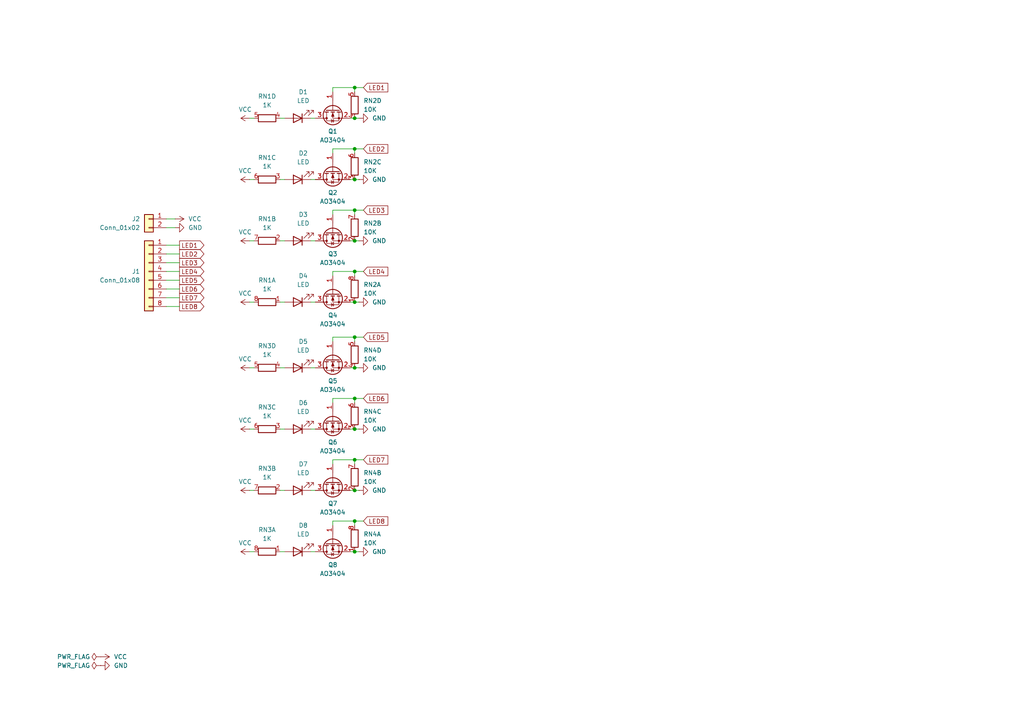
<source format=kicad_sch>
(kicad_sch (version 20231120) (generator "eeschema") (generator_version "8.0")
  (paper "A4")
  (lib_symbols
    (symbol "Connector_Generic:Conn_01x02" (pin_names (offset 1.016) hide)
      (property "Reference" "J" (at 0 2.54 0))
      (property "Value" "Conn_01x02" (at 0 -5.08 0))
      (symbol "Conn_01x02_1_1"
        (rectangle (start -1.27 -2.413) (end 0 -2.667) (stroke (width 0.1524)))
        (rectangle (start -1.27 0.127) (end 0 -0.127) (stroke (width 0.1524)))
        (rectangle (start -1.27 1.27) (end 1.27 -3.81) (stroke (width 0.254)) (fill (type background)))
        (pin passive line (at -5.08 0 0) (length 3.81) (name "Pin_1") (number "1"))
        (pin passive line (at -5.08 -2.54 0) (length 3.81) (name "Pin_2") (number "2"))
      )
    )
    (symbol "Connector_Generic:Conn_01x08" (pin_names (offset 1.016) hide)
      (property "Reference" "J" (at 0 10.16 0))
      (property "Value" "Conn_01x08" (at 0 -12.7 0))
      (symbol "Conn_01x08_1_1"
        (rectangle (start -1.27 -10.033) (end 0 -10.287) (stroke (width 0.1524)))
        (rectangle (start -1.27 -7.493) (end 0 -7.747) (stroke (width 0.1524)))
        (rectangle (start -1.27 -4.953) (end 0 -5.207) (stroke (width 0.1524)))
        (rectangle (start -1.27 -2.413) (end 0 -2.667) (stroke (width 0.1524)))
        (rectangle (start -1.27 0.127) (end 0 -0.127) (stroke (width 0.1524)))
        (rectangle (start -1.27 2.667) (end 0 2.413) (stroke (width 0.1524)))
        (rectangle (start -1.27 5.207) (end 0 4.953) (stroke (width 0.1524)))
        (rectangle (start -1.27 7.747) (end 0 7.493) (stroke (width 0.1524)))
        (rectangle (start -1.27 8.89) (end 1.27 -11.43) (stroke (width 0.254)) (fill (type background)))
        (pin passive line (at -5.08 7.62 0) (length 3.81) (name "Pin_1") (number "1"))
        (pin passive line (at -5.08 5.08 0) (length 3.81) (name "Pin_2") (number "2"))
        (pin passive line (at -5.08 2.54 0) (length 3.81) (name "Pin_3") (number "3"))
        (pin passive line (at -5.08 0 0) (length 3.81) (name "Pin_4") (number "4"))
        (pin passive line (at -5.08 -2.54 0) (length 3.81) (name "Pin_5") (number "5"))
        (pin passive line (at -5.08 -5.08 0) (length 3.81) (name "Pin_6") (number "6"))
        (pin passive line (at -5.08 -7.62 0) (length 3.81) (name "Pin_7") (number "7"))
        (pin passive line (at -5.08 -10.16 0) (length 3.81) (name "Pin_8") (number "8"))
      )
    )
    (symbol "Device:LED" (pin_numbers hide) (pin_names (offset 1.016) hide)
      (property "Reference" "D" (at 0 2.54 0))
      (property "Value" "LED" (at 0 -2.54 0))
      (symbol "LED_0_1"
        (polyline (pts (xy -1.27 -1.27) (xy -1.27 1.27)) (stroke (width 0.254)))
        (polyline (pts (xy -1.27 0) (xy 1.27 0)))
        (polyline (pts (xy 1.27 -1.27) (xy 1.27 1.27) (xy -1.27 0) (xy 1.27 -1.27)) (stroke (width 0.254)))
        (polyline (pts (xy -3.048 -0.762) (xy -4.572 -2.286) (xy -3.81 -2.286) (xy -4.572 -2.286) (xy -4.572 -1.524)))
        (polyline (pts (xy -1.778 -0.762) (xy -3.302 -2.286) (xy -2.54 -2.286) (xy -3.302 -2.286) (xy -3.302 -1.524)))
      )
      (symbol "LED_1_1"
        (pin passive line (at -3.81 0 0) (length 2.54) (name "K") (number "1"))
        (pin passive line (at 3.81 0 180) (length 2.54) (name "A") (number "2"))
      )
    )
    (symbol "Device:R_Pack04_Split" (pin_names (offset 0) hide)
      (property "Reference" "RN" (at 2.032 0 90))
      (property "Value" "R_Pack04_Split" (at 0 0 90))
      (symbol "R_Pack04_Split_0_1"
        (rectangle (start 1.016 2.54) (end -1.016 -2.54) (stroke (width 0.254)))
      )
      (symbol "R_Pack04_Split_1_1"
        (pin passive line (at 0 -3.81 90) (length 1.27) (name "R1.1") (number "1"))
        (pin passive line (at 0 3.81 270) (length 1.27) (name "R1.2") (number "8"))
      )
      (symbol "R_Pack04_Split_2_1"
        (pin passive line (at 0 -3.81 90) (length 1.27) (name "R2.1") (number "2"))
        (pin passive line (at 0 3.81 270) (length 1.27) (name "R2.2") (number "7"))
      )
      (symbol "R_Pack04_Split_3_1"
        (pin passive line (at 0 -3.81 90) (length 1.27) (name "R3.1") (number "3"))
        (pin passive line (at 0 3.81 270) (length 1.27) (name "R3.2") (number "6"))
      )
      (symbol "R_Pack04_Split_4_1"
        (pin passive line (at 0 -3.81 90) (length 1.27) (name "R4.1") (number "4"))
        (pin passive line (at 0 3.81 270) (length 1.27) (name "R4.2") (number "5"))
      )
    )
    (symbol "Transistor_FET:AO3400A" (pin_names hide)
      (property "Reference" "Q" (at 5.08 1.905 0))
      (property "Value" "AO3400A" (at 5.08 0 0))
      (symbol "AO3400A_0_1"
        (polyline (pts (xy 0.254 0) (xy -2.54 0)))
        (polyline (pts (xy 0.254 1.905) (xy 0.254 -1.905)) (stroke (width 0.254)))
        (polyline (pts (xy 0.762 -1.27) (xy 0.762 -2.286)) (stroke (width 0.254)))
        (polyline (pts (xy 0.762 0.508) (xy 0.762 -0.508)) (stroke (width 0.254)))
        (polyline (pts (xy 0.762 2.286) (xy 0.762 1.27)) (stroke (width 0.254)))
        (polyline (pts (xy 2.54 2.54) (xy 2.54 1.778)))
        (polyline (pts (xy 2.54 -2.54) (xy 2.54 0) (xy 0.762 0)))
        (polyline (pts (xy 0.762 -1.778) (xy 3.302 -1.778) (xy 3.302 1.778) (xy 0.762 1.778)))
        (polyline (pts (xy 1.016 0) (xy 2.032 0.381) (xy 2.032 -0.381) (xy 1.016 0)) (fill (type outline)))
        (polyline (pts (xy 2.794 0.508) (xy 2.921 0.381) (xy 3.683 0.381) (xy 3.81 0.254)))
        (polyline (pts (xy 3.302 0.381) (xy 2.921 -0.254) (xy 3.683 -0.254) (xy 3.302 0.381)))
        (circle (center 1.651 0) (radius 2.794) (stroke (width 0.254)))
        (circle (center 2.54 -1.778) (radius 0.254) (fill (type outline)))
        (circle (center 2.54 1.778) (radius 0.254) (fill (type outline)))
      )
      (symbol "AO3400A_1_1"
        (pin input line (at -5.08 0 0) (length 2.54) (name "G") (number "1"))
        (pin passive line (at 2.54 -5.08 90) (length 2.54) (name "S") (number "2"))
        (pin passive line (at 2.54 5.08 270) (length 2.54) (name "D") (number "3"))
      )
    )
    (symbol "power:GND" (power) (pin_numbers hide) (pin_names (offset 0) hide)
      (property "Value" "GND" (at 0 -3.81 0))
      (symbol "GND_0_1"
        (polyline (pts (xy 0 0) (xy 0 -1.27) (xy 1.27 -1.27) (xy 0 -2.54) (xy -1.27 -1.27) (xy 0 -1.27)))
      )
      (symbol "GND_1_1"
        (pin power_in line (at 0 0 270) (length 0) (name "~") (number "1"))
      )
    )
    (symbol "power:PWR_FLAG" (power) (pin_numbers hide) (pin_names (offset 0) hide)
      (property "Value" "PWR_FLAG" (at 0 3.81 0))
      (symbol "PWR_FLAG_0_0"
        (pin power_out line (at 0 0 90) (length 0) (name "~") (number "1"))
      )
      (symbol "PWR_FLAG_0_1"
        (polyline (pts (xy 0 0) (xy 0 1.27) (xy -1.016 1.905) (xy 0 2.54) (xy 1.016 1.905) (xy 0 1.27)))
      )
    )
    (symbol "power:VCC" (power) (pin_numbers hide) (pin_names (offset 0) hide)
      (property "Value" "VCC" (at 0 3.556 0))
      (symbol "VCC_0_1"
        (polyline (pts (xy -0.762 1.27) (xy 0 2.54)))
        (polyline (pts (xy 0 0) (xy 0 2.54)))
        (polyline (pts (xy 0 2.54) (xy 0.762 1.27)))
      )
      (symbol "VCC_1_1"
        (pin power_in line (at 0 0 90) (length 0) (name "~") (number "1"))
      )
    )
  )
  (junction (at 102.87 124.46))
  (junction (at 102.87 78.74))
  (junction (at 102.87 87.63))
  (junction (at 102.87 133.35))
  (junction (at 102.87 34.29))
  (junction (at 102.87 160.02))
  (junction (at 102.87 25.4))
  (junction (at 102.87 106.68))
  (junction (at 102.87 115.57))
  (junction (at 102.87 97.79))
  (junction (at 102.87 151.13))
  (junction (at 102.87 43.18))
  (junction (at 102.87 52.07))
  (junction (at 102.87 142.24))
  (junction (at 102.87 60.96))
  (junction (at 102.87 69.85))
  (wire (pts (xy 96.52 43.18) (xy 96.52 44.45)))
  (wire (pts (xy 90.17 87.63) (xy 91.44 87.63)))
  (wire (pts (xy 90.17 160.02) (xy 91.44 160.02)))
  (wire (pts (xy 48.26 78.74) (xy 52.07 78.74)))
  (wire (pts (xy 48.26 83.82) (xy 52.07 83.82)))
  (wire (pts (xy 102.87 133.35) (xy 96.52 133.35)))
  (wire (pts (xy 48.26 63.5) (xy 50.8 63.5)))
  (wire (pts (xy 102.87 26.67) (xy 102.87 25.4)))
  (wire (pts (xy 72.39 142.24) (xy 73.66 142.24)))
  (wire (pts (xy 48.26 88.9) (xy 52.07 88.9)))
  (wire (pts (xy 101.6 106.68) (xy 102.87 106.68)))
  (wire (pts (xy 72.39 106.68) (xy 73.66 106.68)))
  (wire (pts (xy 102.87 78.74) (xy 105.41 78.74)))
  (wire (pts (xy 102.87 78.74) (xy 96.52 78.74)))
  (wire (pts (xy 72.39 87.63) (xy 73.66 87.63)))
  (wire (pts (xy 102.87 97.79) (xy 105.41 97.79)))
  (wire (pts (xy 101.6 160.02) (xy 102.87 160.02)))
  (wire (pts (xy 102.87 87.63) (xy 104.14 87.63)))
  (wire (pts (xy 101.6 34.29) (xy 102.87 34.29)))
  (wire (pts (xy 102.87 25.4) (xy 105.41 25.4)))
  (wire (pts (xy 102.87 142.24) (xy 104.14 142.24)))
  (wire (pts (xy 102.87 60.96) (xy 105.41 60.96)))
  (wire (pts (xy 102.87 43.18) (xy 96.52 43.18)))
  (wire (pts (xy 102.87 160.02) (xy 104.14 160.02)))
  (wire (pts (xy 90.17 124.46) (xy 91.44 124.46)))
  (wire (pts (xy 102.87 152.4) (xy 102.87 151.13)))
  (wire (pts (xy 102.87 99.06) (xy 102.87 97.79)))
  (wire (pts (xy 96.52 97.79) (xy 96.52 99.06)))
  (wire (pts (xy 96.52 78.74) (xy 96.52 80.01)))
  (wire (pts (xy 96.52 60.96) (xy 96.52 62.23)))
  (wire (pts (xy 102.87 115.57) (xy 105.41 115.57)))
  (wire (pts (xy 101.6 124.46) (xy 102.87 124.46)))
  (wire (pts (xy 81.28 52.07) (xy 82.55 52.07)))
  (wire (pts (xy 72.39 34.29) (xy 73.66 34.29)))
  (wire (pts (xy 48.26 66.04) (xy 50.8 66.04)))
  (wire (pts (xy 102.87 69.85) (xy 104.14 69.85)))
  (wire (pts (xy 102.87 62.23) (xy 102.87 60.96)))
  (wire (pts (xy 102.87 106.68) (xy 104.14 106.68)))
  (wire (pts (xy 72.39 52.07) (xy 73.66 52.07)))
  (wire (pts (xy 101.6 142.24) (xy 102.87 142.24)))
  (wire (pts (xy 81.28 160.02) (xy 82.55 160.02)))
  (wire (pts (xy 102.87 43.18) (xy 105.41 43.18)))
  (wire (pts (xy 102.87 134.62) (xy 102.87 133.35)))
  (wire (pts (xy 81.28 106.68) (xy 82.55 106.68)))
  (wire (pts (xy 90.17 69.85) (xy 91.44 69.85)))
  (wire (pts (xy 102.87 115.57) (xy 96.52 115.57)))
  (wire (pts (xy 90.17 52.07) (xy 91.44 52.07)))
  (wire (pts (xy 102.87 44.45) (xy 102.87 43.18)))
  (wire (pts (xy 101.6 87.63) (xy 102.87 87.63)))
  (wire (pts (xy 102.87 80.01) (xy 102.87 78.74)))
  (wire (pts (xy 72.39 69.85) (xy 73.66 69.85)))
  (wire (pts (xy 96.52 151.13) (xy 96.52 152.4)))
  (wire (pts (xy 102.87 60.96) (xy 96.52 60.96)))
  (wire (pts (xy 72.39 124.46) (xy 73.66 124.46)))
  (wire (pts (xy 90.17 142.24) (xy 91.44 142.24)))
  (wire (pts (xy 81.28 87.63) (xy 82.55 87.63)))
  (wire (pts (xy 96.52 115.57) (xy 96.52 116.84)))
  (wire (pts (xy 81.28 142.24) (xy 82.55 142.24)))
  (wire (pts (xy 102.87 97.79) (xy 96.52 97.79)))
  (wire (pts (xy 81.28 124.46) (xy 82.55 124.46)))
  (wire (pts (xy 101.6 69.85) (xy 102.87 69.85)))
  (wire (pts (xy 48.26 71.12) (xy 52.07 71.12)))
  (wire (pts (xy 96.52 133.35) (xy 96.52 134.62)))
  (wire (pts (xy 48.26 73.66) (xy 52.07 73.66)))
  (wire (pts (xy 102.87 34.29) (xy 104.14 34.29)))
  (wire (pts (xy 81.28 69.85) (xy 82.55 69.85)))
  (wire (pts (xy 102.87 151.13) (xy 105.41 151.13)))
  (wire (pts (xy 102.87 133.35) (xy 105.41 133.35)))
  (wire (pts (xy 101.6 52.07) (xy 102.87 52.07)))
  (wire (pts (xy 102.87 116.84) (xy 102.87 115.57)))
  (wire (pts (xy 102.87 151.13) (xy 96.52 151.13)))
  (wire (pts (xy 48.26 76.2) (xy 52.07 76.2)))
  (wire (pts (xy 102.87 124.46) (xy 104.14 124.46)))
  (wire (pts (xy 96.52 25.4) (xy 96.52 26.67)))
  (wire (pts (xy 102.87 25.4) (xy 96.52 25.4)))
  (wire (pts (xy 81.28 34.29) (xy 82.55 34.29)))
  (wire (pts (xy 102.87 52.07) (xy 104.14 52.07)))
  (wire (pts (xy 90.17 34.29) (xy 91.44 34.29)))
  (wire (pts (xy 48.26 86.36) (xy 52.07 86.36)))
  (wire (pts (xy 48.26 81.28) (xy 52.07 81.28)))
  (wire (pts (xy 90.17 106.68) (xy 91.44 106.68)))
  (wire (pts (xy 72.39 160.02) (xy 73.66 160.02)))
  (global_label "LED5" (shape input) (at 105.41 97.79 0) (property "Intersheetrefs" "${INTERSHEET_REFS}" (effects (hide yes))))
  (global_label "LED3" (shape output) (at 52.07 76.2 0) (property "Intersheetrefs" "${INTERSHEET_REFS}" (effects (hide yes))))
  (global_label "LED8" (shape output) (at 52.07 88.9 0) (property "Intersheetrefs" "${INTERSHEET_REFS}" (effects (hide yes))))
  (global_label "LED2" (shape output) (at 52.07 73.66 0) (property "Intersheetrefs" "${INTERSHEET_REFS}" (effects (hide yes))))
  (global_label "LED5" (shape output) (at 52.07 81.28 0) (property "Intersheetrefs" "${INTERSHEET_REFS}" (effects (hide yes))))
  (global_label "LED6" (shape input) (at 105.41 115.57 0) (property "Intersheetrefs" "${INTERSHEET_REFS}" (effects (hide yes))))
  (global_label "LED7" (shape output) (at 52.07 86.36 0) (property "Intersheetrefs" "${INTERSHEET_REFS}" (effects (hide yes))))
  (global_label "LED4" (shape input) (at 105.41 78.74 0) (property "Intersheetrefs" "${INTERSHEET_REFS}" (effects (hide yes))))
  (global_label "LED1" (shape input) (at 105.41 25.4 0) (property "Intersheetrefs" "${INTERSHEET_REFS}" (effects (hide yes))))
  (global_label "LED7" (shape input) (at 105.41 133.35 0) (property "Intersheetrefs" "${INTERSHEET_REFS}" (effects (hide yes))))
  (global_label "LED1" (shape output) (at 52.07 71.12 0) (property "Intersheetrefs" "${INTERSHEET_REFS}" (effects (hide yes))))
  (global_label "LED2" (shape input) (at 105.41 43.18 0) (property "Intersheetrefs" "${INTERSHEET_REFS}" (effects (hide yes))))
  (global_label "LED4" (shape output) (at 52.07 78.74 0) (property "Intersheetrefs" "${INTERSHEET_REFS}" (effects (hide yes))))
  (global_label "LED8" (shape input) (at 105.41 151.13 0) (property "Intersheetrefs" "${INTERSHEET_REFS}" (effects (hide yes))))
  (global_label "LED3" (shape input) (at 105.41 60.96 0) (property "Intersheetrefs" "${INTERSHEET_REFS}" (effects (hide yes))))
  (global_label "LED6" (shape output) (at 52.07 83.82 0) (property "Intersheetrefs" "${INTERSHEET_REFS}" (effects (hide yes))))
  (symbol (lib_id "Connector_Generic:Conn_01x08") (at 43.18 78.74 0) (mirror y) (unit 1)
    (property "Reference" "J1" (at 40.64 78.7399 0) (effects (justify left)))
    (property "Value" "Conn_01x08" (at 40.64 81.2799 0) (effects (justify left)))
    (property "Footprint" "custom:PinHeader_1x08_P2.54mm_Vertical_simple" (effects (hide yes)))
    (property "Description" "Generic connector, single row, 01x08, script generated (kicad-library-utils/schlib/autogen/connector/)" (effects (hide yes)))
  )
  (symbol (lib_id "Device:R_Pack04_Split") (at 102.87 120.65 0) (unit 3)
    (property "Reference" "RN4" (at 105.41 119.3799 0) (effects (justify left)))
    (property "Value" "10K" (at 105.41 121.9199 0) (effects (justify left)))
    (property "Footprint" "Resistor_SMD:R_Array_Convex_4x0603" (effects (hide yes)))
    (property "Description" "4 resistor network, parallel topology, split" (effects (hide yes)))
  )
  (symbol (lib_id "Device:LED") (at 86.36 160.02 180) (unit 1)
    (property "Reference" "D8" (at 87.9475 152.4 0))
    (property "Value" "LED" (at 87.9475 154.94 0))
    (property "Footprint" "custom:LED_0805_2012Metric_simple" (effects (hide yes)))
    (property "Description" "Light emitting diode" (effects (hide yes)))
  )
  (symbol (lib_id "Transistor_FET:AO3400A") (at 96.52 49.53 90) (mirror x) (unit 1)
    (property "Reference" "Q2" (at 96.52 55.88 90))
    (property "Value" "AO3404	" (at 97.79 58.42 90))
    (property "Footprint" "Package_TO_SOT_SMD:SOT-23" (effects (hide yes)))
    (property "Datasheet" "http://www.aosmd.com/pdfs/datasheet/AO3404.pdf" (effects (hide yes)))
    (property "Description" "30V Vds, 5A Id, N-Channel MOSFET, SOT-23" (effects (hide yes)))
  )
  (symbol (lib_id "power:GND") (at 104.14 106.68 90) (unit 1)
    (property "Reference" "#PWR017" (effects (hide yes)))
    (property "Value" "GND" (at 107.95 106.68 90) (effects (justify right)))
    (property "Description" "Power symbol creates a global label with name \"GND\" , ground" (effects (hide yes)))
  )
  (symbol (lib_id "power:PWR_FLAG") (at 29.21 193.04 90) (unit 1)
    (property "Reference" "#FLG01" (effects (hide yes)))
    (property "Value" "PWR_FLAG" (at 21.336 193.04 90))
    (property "Description" "Special symbol for telling ERC where power comes from" (effects (hide yes)))
  )
  (symbol (lib_id "Device:R_Pack04_Split") (at 102.87 66.04 0) (unit 2)
    (property "Reference" "RN2" (at 105.41 64.7699 0) (effects (justify left)))
    (property "Value" "10K" (at 105.41 67.3099 0) (effects (justify left)))
    (property "Footprint" "Resistor_SMD:R_Array_Convex_4x0603" (effects (hide yes)))
    (property "Description" "4 resistor network, parallel topology, split" (effects (hide yes)))
  )
  (symbol (lib_id "Device:R_Pack04_Split") (at 77.47 106.68 90) (unit 4)
    (property "Reference" "RN3" (at 77.47 100.33 90))
    (property "Value" "1K" (at 77.47 102.87 90))
    (property "Footprint" "Resistor_SMD:R_Array_Convex_4x0603" (effects (hide yes)))
    (property "Description" "4 resistor network, parallel topology, split" (effects (hide yes)))
  )
  (symbol (lib_id "power:GND") (at 104.14 52.07 90) (unit 1)
    (property "Reference" "#PWR08" (effects (hide yes)))
    (property "Value" "GND" (at 107.95 52.07 90) (effects (justify right)))
    (property "Description" "Power symbol creates a global label with name \"GND\" , ground" (effects (hide yes)))
  )
  (symbol (lib_id "Device:LED") (at 86.36 52.07 180) (unit 1)
    (property "Reference" "D2" (at 87.9475 44.45 0))
    (property "Value" "LED" (at 87.9475 46.99 0))
    (property "Footprint" "custom:LED_0805_2012Metric_simple" (effects (hide yes)))
    (property "Description" "Light emitting diode" (effects (hide yes)))
  )
  (symbol (lib_id "Connector_Generic:Conn_01x02") (at 43.18 63.5 0) (mirror y) (unit 1)
    (property "Reference" "J2" (at 40.64 63.4999 0) (effects (justify left)))
    (property "Value" "Conn_01x02" (at 40.64 66.0399 0) (effects (justify left)))
    (property "Footprint" "custom:PinHeader_1x02_P2.54mm_Vertical_simple_pad2gnd" (effects (hide yes)))
    (property "Description" "Generic connector, single row, 01x02, script generated (kicad-library-utils/schlib/autogen/connector/)" (effects (hide yes)))
  )
  (symbol (lib_id "Transistor_FET:AO3400A") (at 96.52 31.75 90) (mirror x) (unit 1)
    (property "Reference" "Q1" (at 96.52 38.1 90))
    (property "Value" "AO3404	" (at 97.79 40.64 90))
    (property "Footprint" "Package_TO_SOT_SMD:SOT-23" (effects (hide yes)))
    (property "Datasheet" "http://www.aosmd.com/pdfs/datasheet/AO3404.pdf" (effects (hide yes)))
    (property "Description" "30V Vds, 5A Id, N-Channel MOSFET, SOT-23" (effects (hide yes)))
  )
  (symbol (lib_id "Transistor_FET:AO3400A") (at 96.52 85.09 90) (mirror x) (unit 1)
    (property "Reference" "Q4" (at 96.52 91.44 90))
    (property "Value" "AO3404	" (at 97.79 93.98 90))
    (property "Footprint" "Package_TO_SOT_SMD:SOT-23" (effects (hide yes)))
    (property "Datasheet" "http://www.aosmd.com/pdfs/datasheet/AO3404.pdf" (effects (hide yes)))
    (property "Description" "30V Vds, 5A Id, N-Channel MOSFET, SOT-23" (effects (hide yes)))
  )
  (symbol (lib_id "Transistor_FET:AO3400A") (at 96.52 157.48 90) (mirror x) (unit 1)
    (property "Reference" "Q8" (at 96.52 163.83 90))
    (property "Value" "AO3404	" (at 97.79 166.37 90))
    (property "Footprint" "Package_TO_SOT_SMD:SOT-23" (effects (hide yes)))
    (property "Datasheet" "http://www.aosmd.com/pdfs/datasheet/AO3404.pdf" (effects (hide yes)))
    (property "Description" "30V Vds, 5A Id, N-Channel MOSFET, SOT-23" (effects (hide yes)))
  )
  (symbol (lib_id "power:VCC") (at 72.39 87.63 90) (unit 1)
    (property "Reference" "#PWR010" (effects (hide yes)))
    (property "Value" "VCC" (at 71.12 85.09 90))
    (property "Description" "Power symbol creates a global label with name \"VCC\"" (effects (hide yes)))
  )
  (symbol (lib_id "Device:R_Pack04_Split") (at 102.87 48.26 0) (unit 3)
    (property "Reference" "RN2" (at 105.41 46.9899 0) (effects (justify left)))
    (property "Value" "10K" (at 105.41 49.5299 0) (effects (justify left)))
    (property "Footprint" "Resistor_SMD:R_Array_Convex_4x0603" (effects (hide yes)))
    (property "Description" "4 resistor network, parallel topology, split" (effects (hide yes)))
  )
  (symbol (lib_id "power:VCC") (at 72.39 106.68 90) (unit 1)
    (property "Reference" "#PWR013" (effects (hide yes)))
    (property "Value" "VCC" (at 71.12 104.14 90))
    (property "Description" "Power symbol creates a global label with name \"VCC\"" (effects (hide yes)))
  )
  (symbol (lib_id "power:VCC") (at 72.39 69.85 90) (unit 1)
    (property "Reference" "#PWR09" (effects (hide yes)))
    (property "Value" "VCC" (at 71.12 67.31 90))
    (property "Description" "Power symbol creates a global label with name \"VCC\"" (effects (hide yes)))
  )
  (symbol (lib_id "Device:R_Pack04_Split") (at 77.47 142.24 90) (unit 2)
    (property "Reference" "RN3" (at 77.47 135.89 90))
    (property "Value" "1K" (at 77.47 138.43 90))
    (property "Footprint" "Resistor_SMD:R_Array_Convex_4x0603" (effects (hide yes)))
    (property "Description" "4 resistor network, parallel topology, split" (effects (hide yes)))
  )
  (symbol (lib_id "Device:LED") (at 86.36 124.46 180) (unit 1)
    (property "Reference" "D6" (at 87.9475 116.84 0))
    (property "Value" "LED" (at 87.9475 119.38 0))
    (property "Footprint" "custom:LED_0805_2012Metric_simple" (effects (hide yes)))
    (property "Description" "Light emitting diode" (effects (hide yes)))
  )
  (symbol (lib_id "Device:R_Pack04_Split") (at 102.87 30.48 0) (unit 4)
    (property "Reference" "RN2" (at 105.41 29.2099 0) (effects (justify left)))
    (property "Value" "10K" (at 105.41 31.7499 0) (effects (justify left)))
    (property "Footprint" "Resistor_SMD:R_Array_Convex_4x0603" (effects (hide yes)))
    (property "Description" "4 resistor network, parallel topology, split" (effects (hide yes)))
  )
  (symbol (lib_id "Device:LED") (at 86.36 34.29 180) (unit 1)
    (property "Reference" "D1" (at 87.9475 26.67 0))
    (property "Value" "LED" (at 87.9475 29.21 0))
    (property "Footprint" "custom:LED_0805_2012Metric_simple" (effects (hide yes)))
    (property "Description" "Light emitting diode" (effects (hide yes)))
  )
  (symbol (lib_id "power:GND") (at 50.8 66.04 90) (unit 1)
    (property "Reference" "#PWR06" (effects (hide yes)))
    (property "Value" "GND" (at 54.61 66.04 90) (effects (justify right)))
    (property "Description" "Power symbol creates a global label with name \"GND\" , ground" (effects (hide yes)))
  )
  (symbol (lib_id "power:VCC") (at 50.8 63.5 270) (unit 1)
    (property "Reference" "#PWR05" (effects (hide yes)))
    (property "Value" "VCC" (at 54.61 63.4999 90) (effects (justify left)))
    (property "Description" "Power symbol creates a global label with name \"VCC\"" (effects (hide yes)))
  )
  (symbol (lib_id "Device:LED") (at 86.36 106.68 180) (unit 1)
    (property "Reference" "D5" (at 87.9475 99.06 0))
    (property "Value" "LED" (at 87.9475 101.6 0))
    (property "Footprint" "custom:LED_0805_2012Metric_simple" (effects (hide yes)))
    (property "Description" "Light emitting diode" (effects (hide yes)))
  )
  (symbol (lib_id "Device:R_Pack04_Split") (at 77.47 34.29 90) (unit 4)
    (property "Reference" "RN1" (at 77.47 27.94 90))
    (property "Value" "1K" (at 77.47 30.48 90))
    (property "Footprint" "Resistor_SMD:R_Array_Convex_4x0603" (effects (hide yes)))
    (property "Description" "4 resistor network, parallel topology, split" (effects (hide yes)))
  )
  (symbol (lib_id "Device:R_Pack04_Split") (at 77.47 52.07 90) (unit 3)
    (property "Reference" "RN1" (at 77.47 45.72 90))
    (property "Value" "1K" (at 77.47 48.26 90))
    (property "Footprint" "Resistor_SMD:R_Array_Convex_4x0603" (effects (hide yes)))
    (property "Description" "4 resistor network, parallel topology, split" (effects (hide yes)))
  )
  (symbol (lib_id "power:VCC") (at 72.39 160.02 90) (unit 1)
    (property "Reference" "#PWR016" (effects (hide yes)))
    (property "Value" "VCC" (at 71.12 157.48 90))
    (property "Description" "Power symbol creates a global label with name \"VCC\"" (effects (hide yes)))
  )
  (symbol (lib_id "power:GND") (at 104.14 34.29 90) (unit 1)
    (property "Reference" "#PWR04" (effects (hide yes)))
    (property "Value" "GND" (at 107.95 34.29 90) (effects (justify right)))
    (property "Description" "Power symbol creates a global label with name \"GND\" , ground" (effects (hide yes)))
  )
  (symbol (lib_id "Transistor_FET:AO3400A") (at 96.52 67.31 90) (mirror x) (unit 1)
    (property "Reference" "Q3" (at 96.52 73.66 90))
    (property "Value" "AO3404	" (at 97.79 76.2 90))
    (property "Footprint" "Package_TO_SOT_SMD:SOT-23" (effects (hide yes)))
    (property "Datasheet" "http://www.aosmd.com/pdfs/datasheet/AO3404.pdf" (effects (hide yes)))
    (property "Description" "30V Vds, 5A Id, N-Channel MOSFET, SOT-23" (effects (hide yes)))
  )
  (symbol (lib_id "Device:R_Pack04_Split") (at 102.87 83.82 0) (unit 1)
    (property "Reference" "RN2" (at 105.41 82.5499 0) (effects (justify left)))
    (property "Value" "10K" (at 105.41 85.0899 0) (effects (justify left)))
    (property "Footprint" "Resistor_SMD:R_Array_Convex_4x0603" (effects (hide yes)))
    (property "Description" "4 resistor network, parallel topology, split" (effects (hide yes)))
  )
  (symbol (lib_id "power:VCC") (at 29.21 190.5 270) (unit 1)
    (property "Reference" "#PWR02" (effects (hide yes)))
    (property "Value" "VCC" (at 33.02 190.5 90) (effects (justify left)))
    (property "Description" "Power symbol creates a global label with name \"VCC\"" (effects (hide yes)))
  )
  (symbol (lib_id "power:GND") (at 104.14 142.24 90) (unit 1)
    (property "Reference" "#PWR019" (effects (hide yes)))
    (property "Value" "GND" (at 107.95 142.24 90) (effects (justify right)))
    (property "Description" "Power symbol creates a global label with name \"GND\" , ground" (effects (hide yes)))
  )
  (symbol (lib_id "power:GND") (at 104.14 124.46 90) (unit 1)
    (property "Reference" "#PWR018" (effects (hide yes)))
    (property "Value" "GND" (at 107.95 124.46 90) (effects (justify right)))
    (property "Description" "Power symbol creates a global label with name \"GND\" , ground" (effects (hide yes)))
  )
  (symbol (lib_id "Transistor_FET:AO3400A") (at 96.52 104.14 90) (mirror x) (unit 1)
    (property "Reference" "Q5" (at 96.52 110.49 90))
    (property "Value" "AO3404	" (at 97.79 113.03 90))
    (property "Footprint" "Package_TO_SOT_SMD:SOT-23" (effects (hide yes)))
    (property "Datasheet" "http://www.aosmd.com/pdfs/datasheet/AO3404.pdf" (effects (hide yes)))
    (property "Description" "30V Vds, 5A Id, N-Channel MOSFET, SOT-23" (effects (hide yes)))
  )
  (symbol (lib_id "power:GND") (at 104.14 160.02 90) (unit 1)
    (property "Reference" "#PWR020" (effects (hide yes)))
    (property "Value" "GND" (at 107.95 160.02 90) (effects (justify right)))
    (property "Description" "Power symbol creates a global label with name \"GND\" , ground" (effects (hide yes)))
  )
  (symbol (lib_id "Transistor_FET:AO3400A") (at 96.52 139.7 90) (mirror x) (unit 1)
    (property "Reference" "Q7" (at 96.52 146.05 90))
    (property "Value" "AO3404	" (at 97.79 148.59 90))
    (property "Footprint" "Package_TO_SOT_SMD:SOT-23" (effects (hide yes)))
    (property "Datasheet" "http://www.aosmd.com/pdfs/datasheet/AO3404.pdf" (effects (hide yes)))
    (property "Description" "30V Vds, 5A Id, N-Channel MOSFET, SOT-23" (effects (hide yes)))
  )
  (symbol (lib_id "power:VCC") (at 72.39 52.07 90) (unit 1)
    (property "Reference" "#PWR07" (effects (hide yes)))
    (property "Value" "VCC" (at 71.12 49.53 90))
    (property "Description" "Power symbol creates a global label with name \"VCC\"" (effects (hide yes)))
  )
  (symbol (lib_id "power:GND") (at 104.14 87.63 90) (unit 1)
    (property "Reference" "#PWR012" (effects (hide yes)))
    (property "Value" "GND" (at 107.95 87.63 90) (effects (justify right)))
    (property "Description" "Power symbol creates a global label with name \"GND\" , ground" (effects (hide yes)))
  )
  (symbol (lib_id "Device:LED") (at 86.36 87.63 180) (unit 1)
    (property "Reference" "D4" (at 87.9475 80.01 0))
    (property "Value" "LED" (at 87.9475 82.55 0))
    (property "Footprint" "custom:LED_0805_2012Metric_simple" (effects (hide yes)))
    (property "Description" "Light emitting diode" (effects (hide yes)))
  )
  (symbol (lib_id "Device:R_Pack04_Split") (at 102.87 102.87 0) (unit 4)
    (property "Reference" "RN4" (at 105.41 101.5999 0) (effects (justify left)))
    (property "Value" "10K" (at 105.41 104.1399 0) (effects (justify left)))
    (property "Footprint" "Resistor_SMD:R_Array_Convex_4x0603" (effects (hide yes)))
    (property "Description" "4 resistor network, parallel topology, split" (effects (hide yes)))
  )
  (symbol (lib_id "power:VCC") (at 72.39 142.24 90) (unit 1)
    (property "Reference" "#PWR015" (effects (hide yes)))
    (property "Value" "VCC" (at 71.12 139.7 90))
    (property "Description" "Power symbol creates a global label with name \"VCC\"" (effects (hide yes)))
  )
  (symbol (lib_id "Device:R_Pack04_Split") (at 77.47 69.85 90) (unit 2)
    (property "Reference" "RN1" (at 77.47 63.5 90))
    (property "Value" "1K" (at 77.47 66.04 90))
    (property "Footprint" "Resistor_SMD:R_Array_Convex_4x0603" (effects (hide yes)))
    (property "Description" "4 resistor network, parallel topology, split" (effects (hide yes)))
  )
  (symbol (lib_id "Device:LED") (at 86.36 69.85 180) (unit 1)
    (property "Reference" "D3" (at 87.9475 62.23 0))
    (property "Value" "LED" (at 87.9475 64.77 0))
    (property "Footprint" "custom:LED_0805_2012Metric_simple" (effects (hide yes)))
    (property "Description" "Light emitting diode" (effects (hide yes)))
  )
  (symbol (lib_id "Device:R_Pack04_Split") (at 77.47 124.46 90) (unit 3)
    (property "Reference" "RN3" (at 77.47 118.11 90))
    (property "Value" "1K" (at 77.47 120.65 90))
    (property "Footprint" "Resistor_SMD:R_Array_Convex_4x0603" (effects (hide yes)))
    (property "Description" "4 resistor network, parallel topology, split" (effects (hide yes)))
  )
  (symbol (lib_id "Device:R_Pack04_Split") (at 77.47 87.63 90) (unit 1)
    (property "Reference" "RN1" (at 77.47 81.28 90))
    (property "Value" "1K" (at 77.47 83.82 90))
    (property "Footprint" "Resistor_SMD:R_Array_Convex_4x0603" (effects (hide yes)))
    (property "Description" "4 resistor network, parallel topology, split" (effects (hide yes)))
  )
  (symbol (lib_id "power:VCC") (at 72.39 124.46 90) (unit 1)
    (property "Reference" "#PWR014" (effects (hide yes)))
    (property "Value" "VCC" (at 71.12 121.92 90))
    (property "Description" "Power symbol creates a global label with name \"VCC\"" (effects (hide yes)))
  )
  (symbol (lib_id "Device:LED") (at 86.36 142.24 180) (unit 1)
    (property "Reference" "D7" (at 87.9475 134.62 0))
    (property "Value" "LED" (at 87.9475 137.16 0))
    (property "Footprint" "custom:LED_0805_2012Metric_simple" (effects (hide yes)))
    (property "Description" "Light emitting diode" (effects (hide yes)))
  )
  (symbol (lib_id "Transistor_FET:AO3400A") (at 96.52 121.92 90) (mirror x) (unit 1)
    (property "Reference" "Q6" (at 96.52 128.27 90))
    (property "Value" "AO3404	" (at 97.79 130.81 90))
    (property "Footprint" "Package_TO_SOT_SMD:SOT-23" (effects (hide yes)))
    (property "Datasheet" "http://www.aosmd.com/pdfs/datasheet/AO3404.pdf" (effects (hide yes)))
    (property "Description" "30V Vds, 5A Id, N-Channel MOSFET, SOT-23" (effects (hide yes)))
  )
  (symbol (lib_id "Device:R_Pack04_Split") (at 102.87 138.43 0) (unit 2)
    (property "Reference" "RN4" (at 105.41 137.1599 0) (effects (justify left)))
    (property "Value" "10K" (at 105.41 139.6999 0) (effects (justify left)))
    (property "Footprint" "Resistor_SMD:R_Array_Convex_4x0603" (effects (hide yes)))
    (property "Description" "4 resistor network, parallel topology, split" (effects (hide yes)))
  )
  (symbol (lib_id "power:VCC") (at 72.39 34.29 90) (unit 1)
    (property "Reference" "#PWR03" (effects (hide yes)))
    (property "Value" "VCC" (at 71.12 31.75 90))
    (property "Description" "Power symbol creates a global label with name \"VCC\"" (effects (hide yes)))
  )
  (symbol (lib_id "Device:R_Pack04_Split") (at 77.47 160.02 90) (unit 1)
    (property "Reference" "RN3" (at 77.47 153.67 90))
    (property "Value" "1K" (at 77.47 156.21 90))
    (property "Footprint" "Resistor_SMD:R_Array_Convex_4x0603" (effects (hide yes)))
    (property "Description" "4 resistor network, parallel topology, split" (effects (hide yes)))
  )
  (symbol (lib_id "power:GND") (at 29.21 193.04 90) (unit 1)
    (property "Reference" "#PWR01" (effects (hide yes)))
    (property "Value" "GND" (at 33.02 193.04 90) (effects (justify right)))
    (property "Description" "Power symbol creates a global label with name \"GND\" , ground" (effects (hide yes)))
  )
  (symbol (lib_id "Device:R_Pack04_Split") (at 102.87 156.21 0) (unit 1)
    (property "Reference" "RN4" (at 105.41 154.9399 0) (effects (justify left)))
    (property "Value" "10K" (at 105.41 157.4799 0) (effects (justify left)))
    (property "Footprint" "Resistor_SMD:R_Array_Convex_4x0603" (effects (hide yes)))
    (property "Description" "4 resistor network, parallel topology, split" (effects (hide yes)))
  )
  (symbol (lib_id "power:PWR_FLAG") (at 29.21 190.5 90) (unit 1)
    (property "Reference" "#FLG02" (effects (hide yes)))
    (property "Value" "PWR_FLAG" (at 21.336 190.5 90))
    (property "Description" "Special symbol for telling ERC where power comes from" (effects (hide yes)))
  )
  (symbol (lib_id "power:GND") (at 104.14 69.85 90) (unit 1)
    (property "Reference" "#PWR011" (effects (hide yes)))
    (property "Value" "GND" (at 107.95 69.85 90) (effects (justify right)))
    (property "Description" "Power symbol creates a global label with name \"GND\" , ground" (effects (hide yes)))
  )
)
</source>
